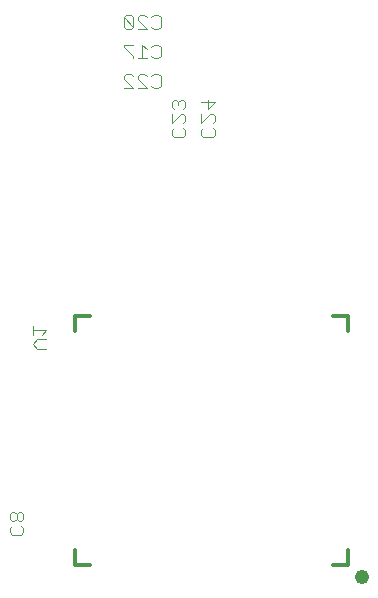
<source format=gbo>
G75*
%MOIN*%
%OFA0B0*%
%FSLAX25Y25*%
%IPPOS*%
%LPD*%
%AMOC8*
5,1,8,0,0,1.08239X$1,22.5*
%
%ADD10C,0.01200*%
%ADD11C,0.04800*%
%ADD12C,0.00400*%
D10*
X0069980Y0113102D02*
X0074980Y0113102D01*
X0069980Y0113102D02*
X0069980Y0118102D01*
X0069980Y0191102D02*
X0069980Y0196102D01*
X0074980Y0196102D01*
X0155980Y0196102D02*
X0160980Y0196102D01*
X0160980Y0191102D01*
X0160980Y0118102D02*
X0160980Y0113102D01*
X0155980Y0113102D01*
D11*
X0165480Y0109102D03*
D12*
X0060284Y0185095D02*
X0057215Y0185095D01*
X0055680Y0186629D01*
X0057215Y0188164D01*
X0060284Y0188164D01*
X0058750Y0189698D02*
X0060284Y0191233D01*
X0055680Y0191233D01*
X0055680Y0189698D02*
X0055680Y0192768D01*
X0051859Y0130701D02*
X0051092Y0130701D01*
X0050325Y0129933D01*
X0050325Y0128399D01*
X0051092Y0127631D01*
X0051859Y0127631D01*
X0052627Y0128399D01*
X0052627Y0129933D01*
X0051859Y0130701D01*
X0050325Y0129933D02*
X0049557Y0130701D01*
X0048790Y0130701D01*
X0048023Y0129933D01*
X0048023Y0128399D01*
X0048790Y0127631D01*
X0049557Y0127631D01*
X0050325Y0128399D01*
X0051859Y0126097D02*
X0052627Y0125330D01*
X0052627Y0123795D01*
X0051859Y0123028D01*
X0048790Y0123028D01*
X0048023Y0123795D01*
X0048023Y0125330D01*
X0048790Y0126097D01*
X0102767Y0255668D02*
X0101999Y0256435D01*
X0101999Y0257970D01*
X0102767Y0258737D01*
X0101999Y0260272D02*
X0105068Y0263341D01*
X0105836Y0263341D01*
X0106603Y0262574D01*
X0106603Y0261039D01*
X0105836Y0260272D01*
X0105836Y0258737D02*
X0106603Y0257970D01*
X0106603Y0256435D01*
X0105836Y0255668D01*
X0102767Y0255668D01*
X0101999Y0260272D02*
X0101999Y0263341D01*
X0102767Y0264876D02*
X0101999Y0265643D01*
X0101999Y0267178D01*
X0102767Y0267945D01*
X0103534Y0267945D01*
X0104301Y0267178D01*
X0104301Y0266410D01*
X0104301Y0267178D02*
X0105068Y0267945D01*
X0105836Y0267945D01*
X0106603Y0267178D01*
X0106603Y0265643D01*
X0105836Y0264876D01*
X0111842Y0263341D02*
X0111842Y0260272D01*
X0114911Y0263341D01*
X0115678Y0263341D01*
X0116446Y0262574D01*
X0116446Y0261039D01*
X0115678Y0260272D01*
X0115678Y0258737D02*
X0116446Y0257970D01*
X0116446Y0256435D01*
X0115678Y0255668D01*
X0112609Y0255668D01*
X0111842Y0256435D01*
X0111842Y0257970D01*
X0112609Y0258737D01*
X0114144Y0264876D02*
X0114144Y0267945D01*
X0116446Y0267178D02*
X0114144Y0264876D01*
X0111842Y0267178D02*
X0116446Y0267178D01*
X0098351Y0272747D02*
X0097584Y0271980D01*
X0096049Y0271980D01*
X0095282Y0272747D01*
X0093747Y0271980D02*
X0090678Y0275049D01*
X0090678Y0275816D01*
X0091445Y0276583D01*
X0092980Y0276583D01*
X0093747Y0275816D01*
X0095282Y0275816D02*
X0096049Y0276583D01*
X0097584Y0276583D01*
X0098351Y0275816D01*
X0098351Y0272747D01*
X0093747Y0271980D02*
X0090678Y0271980D01*
X0089143Y0271980D02*
X0086074Y0275049D01*
X0086074Y0275816D01*
X0086841Y0276583D01*
X0088376Y0276583D01*
X0089143Y0275816D01*
X0089143Y0271980D02*
X0086074Y0271980D01*
X0089143Y0281822D02*
X0089143Y0282589D01*
X0086074Y0285659D01*
X0086074Y0286426D01*
X0089143Y0286426D01*
X0092213Y0286426D02*
X0092213Y0281822D01*
X0093747Y0281822D02*
X0090678Y0281822D01*
X0093747Y0284891D02*
X0092213Y0286426D01*
X0095282Y0285659D02*
X0096049Y0286426D01*
X0097584Y0286426D01*
X0098351Y0285659D01*
X0098351Y0282589D01*
X0097584Y0281822D01*
X0096049Y0281822D01*
X0095282Y0282589D01*
X0096049Y0291665D02*
X0095282Y0292432D01*
X0096049Y0291665D02*
X0097584Y0291665D01*
X0098351Y0292432D01*
X0098351Y0295501D01*
X0097584Y0296268D01*
X0096049Y0296268D01*
X0095282Y0295501D01*
X0093747Y0295501D02*
X0092980Y0296268D01*
X0091445Y0296268D01*
X0090678Y0295501D01*
X0090678Y0294734D01*
X0093747Y0291665D01*
X0090678Y0291665D01*
X0089143Y0292432D02*
X0086074Y0295501D01*
X0086074Y0292432D01*
X0086841Y0291665D01*
X0088376Y0291665D01*
X0089143Y0292432D01*
X0089143Y0295501D01*
X0088376Y0296268D01*
X0086841Y0296268D01*
X0086074Y0295501D01*
M02*

</source>
